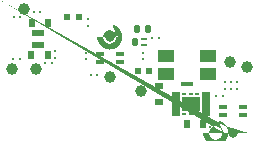
<source format=gbr>
G04 #@! TF.GenerationSoftware,KiCad,Pcbnew,7.0.9-7.0.9~ubuntu20.04.1*
G04 #@! TF.CreationDate,2023-12-28T04:07:49+00:00*
G04 #@! TF.ProjectId,yote,796f7465-2e6b-4696-9361-645f70636258,rev?*
G04 #@! TF.SameCoordinates,Original*
G04 #@! TF.FileFunction,Soldermask,Bot*
G04 #@! TF.FilePolarity,Negative*
%FSLAX46Y46*%
G04 Gerber Fmt 4.6, Leading zero omitted, Abs format (unit mm)*
G04 Created by KiCad (PCBNEW 7.0.9-7.0.9~ubuntu20.04.1) date 2023-12-28 04:07:49*
%MOMM*%
%LPD*%
G01*
G04 APERTURE LIST*
G04 Aperture macros list*
%AMRoundRect*
0 Rectangle with rounded corners*
0 $1 Rounding radius*
0 $2 $3 $4 $5 $6 $7 $8 $9 X,Y pos of 4 corners*
0 Add a 4 corners polygon primitive as box body*
4,1,4,$2,$3,$4,$5,$6,$7,$8,$9,$2,$3,0*
0 Add four circle primitives for the rounded corners*
1,1,$1+$1,$2,$3*
1,1,$1+$1,$4,$5*
1,1,$1+$1,$6,$7*
1,1,$1+$1,$8,$9*
0 Add four rect primitives between the rounded corners*
20,1,$1+$1,$2,$3,$4,$5,0*
20,1,$1+$1,$4,$5,$6,$7,0*
20,1,$1+$1,$6,$7,$8,$9,0*
20,1,$1+$1,$8,$9,$2,$3,0*%
%AMFreePoly0*
4,1,59,-0.493204,1.039632,-0.294356,0.979312,-0.111096,0.881358,0.049533,0.749533,0.181358,0.588904,0.279312,0.405644,0.339632,0.206796,0.360000,0.000000,0.339632,-0.206796,0.279312,-0.405644,0.181358,-0.588904,0.049533,-0.749533,-0.111096,-0.881358,-0.294356,-0.979312,-0.493204,-1.039632,-0.700000,-1.060000,-0.906796,-1.039632,-1.105644,-0.979312,-1.288904,-0.881358,-1.449533,-0.749533,
-1.581358,-0.588904,-1.679312,-0.405644,-1.739632,-0.206796,-1.760000,0.000000,-1.264832,0.000000,-1.245586,-0.146189,-1.189159,-0.282416,-1.099397,-0.399397,-0.982416,-0.489159,-0.846189,-0.545586,-0.700000,-0.564832,-0.553811,-0.545586,-0.417584,-0.489159,-0.300603,-0.399397,-0.210841,-0.282416,-0.154414,-0.146189,-0.135168,0.000000,-0.154414,0.146189,-0.210841,0.282416,-0.300603,0.399397,
-0.417584,0.489159,-0.553811,0.545586,-0.700000,0.564832,-0.846189,0.545586,-0.982416,0.489159,-1.099397,0.399397,-1.189159,0.282416,-1.245586,0.146189,-1.264832,0.000000,-1.760000,0.000000,-1.739632,0.206796,-1.679312,0.405644,-1.581358,0.588904,-1.449533,0.749533,-1.288904,0.881358,-1.105644,0.979312,-0.906796,1.039632,-0.700000,1.060000,-0.493204,1.039632,-0.493204,1.039632,
$1*%
G04 Aperture macros list end*
%ADD10C,1.000000*%
%ADD11C,0.990600*%
%ADD12R,0.250000X0.270000*%
%ADD13R,0.600000X0.500000*%
%ADD14R,0.270000X0.250000*%
%ADD15R,0.600000X0.800000*%
%ADD16R,1.400000X1.050000*%
%ADD17R,1.100000X0.350000*%
%ADD18C,0.800000*%
%ADD19R,0.750000X0.450000*%
%ADD20FreePoly0,0.000000*%
%ADD21FreePoly0,180.000000*%
%ADD22R,0.355600X0.254000*%
%ADD23R,0.635000X2.057400*%
%ADD24R,1.549400X1.143000*%
%ADD25R,1.092200X0.508000*%
%ADD26RoundRect,0.147500X0.147500X0.172500X-0.147500X0.172500X-0.147500X-0.172500X0.147500X-0.172500X0*%
%ADD27RoundRect,0.050000X0.200000X0.275000X-0.200000X0.275000X-0.200000X-0.275000X0.200000X-0.275000X0*%
%ADD28RoundRect,0.050000X0.200000X0.050000X-0.200000X0.050000X-0.200000X-0.050000X0.200000X-0.050000X0*%
%ADD29R,0.800000X0.600000*%
G04 APERTURE END LIST*
D10*
X111660000Y-74420000D03*
X111660000Y-74420000D03*
X120650000Y-72400000D03*
X120650000Y-72400000D03*
X119200000Y-72000000D03*
X119200000Y-72000000D03*
X108980000Y-73220000D03*
X108980000Y-73220000D03*
D11*
X101740000Y-67500000D03*
X102756000Y-72580000D03*
X100724000Y-72580000D03*
D12*
X103555000Y-72070000D03*
X104105000Y-72070000D03*
X102550000Y-67760000D03*
X103100000Y-67760000D03*
D13*
X105370000Y-68160000D03*
X106370000Y-68160000D03*
D14*
X107160000Y-68350000D03*
X107160000Y-68900000D03*
X119270000Y-74225000D03*
X119270000Y-73675000D03*
D12*
X100835000Y-71700000D03*
X101385000Y-71700000D03*
D15*
X102400000Y-68650000D03*
X103800000Y-68650000D03*
D14*
X119810000Y-73680000D03*
X119810000Y-74230000D03*
D16*
X113720000Y-72950000D03*
X117320000Y-72950000D03*
X113720000Y-71500000D03*
X117320000Y-71500000D03*
D17*
X115520000Y-73875000D03*
D14*
X118725000Y-73670000D03*
X118725000Y-74220000D03*
D15*
X115520000Y-77200000D03*
X116920000Y-77200000D03*
D14*
X106980000Y-71185000D03*
X106980000Y-71735000D03*
D18*
X108989999Y-69819999D03*
D19*
X109839999Y-71999999D03*
X109839999Y-71299999D03*
X108139999Y-71999999D03*
X108139999Y-71299999D03*
D20*
X109689999Y-69819999D03*
D18*
X119404983Y-77974529D03*
D19*
X118554983Y-75794529D03*
X118554983Y-76494529D03*
X120254983Y-75794529D03*
X120254983Y-76494529D03*
D21*
X118704983Y-77974529D03*
D22*
X116409999Y-76345500D03*
X115860000Y-76345500D03*
X115310001Y-76345500D03*
X115310001Y-74694500D03*
X115860000Y-74694500D03*
X116409999Y-74694500D03*
D23*
X117142700Y-75520000D03*
X114577300Y-75520000D03*
D24*
X115860000Y-75520000D03*
D14*
X117520000Y-76965000D03*
X117520000Y-77515000D03*
D12*
X113125000Y-69900000D03*
X112575000Y-69900000D03*
D25*
X102900000Y-70500000D03*
X102900000Y-69500002D03*
D26*
X112242500Y-69200000D03*
X111272500Y-69200000D03*
D14*
X104400000Y-71625000D03*
X104400000Y-71075000D03*
D27*
X111125000Y-70275000D03*
D28*
X111875000Y-70050000D03*
X111875000Y-70500000D03*
D14*
X111800000Y-71750000D03*
X111800000Y-71200000D03*
D15*
X102370000Y-71350000D03*
X103770000Y-71350000D03*
D12*
X100865000Y-68200000D03*
X101415000Y-68200000D03*
X118560000Y-74850000D03*
X118010000Y-74850000D03*
X107385000Y-73050000D03*
X107935000Y-73050000D03*
D29*
X113160000Y-73980000D03*
X113160000Y-75380000D03*
D13*
X111350000Y-72750000D03*
X112350000Y-72750000D03*
M02*

</source>
